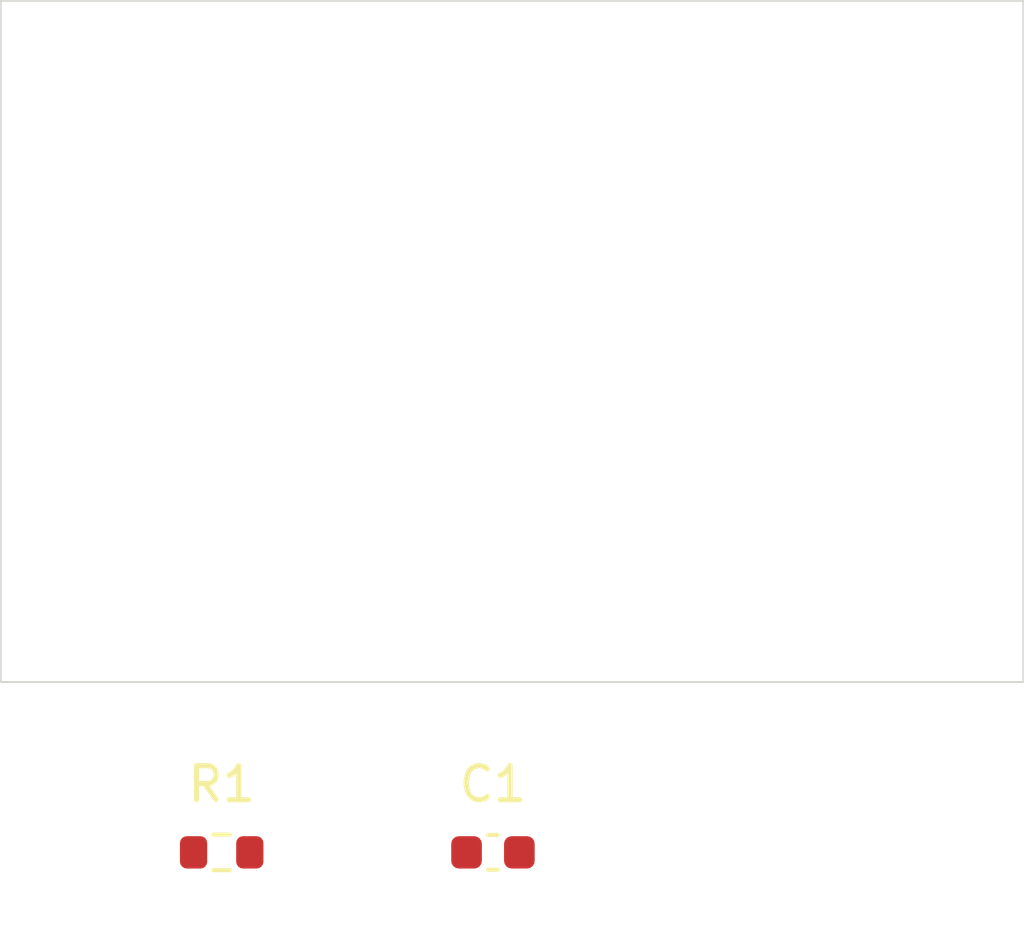
<source format=kicad_pcb>
(kicad_pcb (version 20241229) (generator "pcbnew") (generator_version "9.0")
  (layers (0 "F.Cu" signal) (2 "B.Cu" signal) (13 "F.Paste" user) (15 "B.Paste" user) (5 "F.SilkS" user "F.Silkscreen") (7 "B.SilkS" user "B.Silkscreen") (1 "F.Mask" user) (3 "B.Mask" user) (25 "Edge.Cuts" user))
  (net 0 "")
  (net 1 "3V3")
  (net 2 "GND")
  (footprint "Resistor_SMD:R_0603_1608Metric" (layer "F.Cu") (at 6.479999999999997 25.0)
    (property "Reference" "R1" (at 0 -2 0) (layer "F.SilkS") (effects (font (size 1.0 1.0))))
    (property "Value" "")
    (fp_line (start -0.237258 -0.5225) (end 0.237258 -0.5225) (stroke (width 0.12)) (layer "F.SilkS"))
    (fp_line (start -0.237258 0.5225) (end 0.237258 0.5225) (stroke (width 0.12)) (layer "F.SilkS"))
    (pad "1" smd roundrect (at -0.825 0.0) (size 0.8 0.95) (layers "F.Cu" "F.Mask" "F.Paste") (net 1 "3V3"))
    (pad "2" smd roundrect (at 0.825 0.0) (size 0.8 0.95) (layers "F.Cu" "F.Mask" "F.Paste") (net 2 "GND"))
  )
  (footprint "Capacitor_SMD:C_0603_1608Metric" (layer "F.Cu") (at 14.43999999999999 25.0)
    (property "Reference" "C1" (at 0 -2 0) (layer "F.SilkS") (effects (font (size 1.0 1.0))))
    (property "Value" "")
    (fp_line (start -0.14058 -0.51) (end 0.14058 -0.51) (stroke (width 0.12)) (layer "F.SilkS"))
    (fp_line (start -0.14058 0.51) (end 0.14058 0.51) (stroke (width 0.12)) (layer "F.SilkS"))
    (pad "1" smd roundrect (at -0.775 0.0) (size 0.9 0.95) (layers "F.Cu" "F.Mask" "F.Paste") (net 1 "3V3"))
    (pad "2" smd roundrect (at 0.775 0.0) (size 0.9 0.95) (layers "F.Cu" "F.Mask" "F.Paste") (net 2 "GND"))
  )
  (gr_rect (start 0 0) (end 30.0 20.0) (stroke (width 0.05)) (fill no) (layer "Edge.Cuts"))
)
</source>
